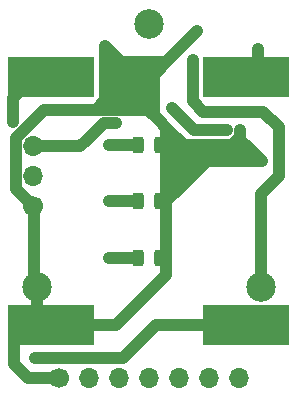
<source format=gtl>
G04 #@! TF.GenerationSoftware,KiCad,Pcbnew,(6.0.5)*
G04 #@! TF.CreationDate,2022-10-09T15:08:16+02:00*
G04 #@! TF.ProjectId,Omamori,4f6d616d-6f72-4692-9e6b-696361645f70,rev?*
G04 #@! TF.SameCoordinates,Original*
G04 #@! TF.FileFunction,Copper,L1,Top*
G04 #@! TF.FilePolarity,Positive*
%FSLAX46Y46*%
G04 Gerber Fmt 4.6, Leading zero omitted, Abs format (unit mm)*
G04 Created by KiCad (PCBNEW (6.0.5)) date 2022-10-09 15:08:16*
%MOMM*%
%LPD*%
G01*
G04 APERTURE LIST*
G04 Aperture macros list*
%AMRoundRect*
0 Rectangle with rounded corners*
0 $1 Rounding radius*
0 $2 $3 $4 $5 $6 $7 $8 $9 X,Y pos of 4 corners*
0 Add a 4 corners polygon primitive as box body*
4,1,4,$2,$3,$4,$5,$6,$7,$8,$9,$2,$3,0*
0 Add four circle primitives for the rounded corners*
1,1,$1+$1,$2,$3*
1,1,$1+$1,$4,$5*
1,1,$1+$1,$6,$7*
1,1,$1+$1,$8,$9*
0 Add four rect primitives between the rounded corners*
20,1,$1+$1,$2,$3,$4,$5,0*
20,1,$1+$1,$4,$5,$6,$7,0*
20,1,$1+$1,$6,$7,$8,$9,0*
20,1,$1+$1,$8,$9,$2,$3,0*%
G04 Aperture macros list end*
G04 #@! TA.AperFunction,SMDPad,CuDef*
%ADD10R,7.400000X3.500000*%
G04 #@! TD*
G04 #@! TA.AperFunction,SMDPad,CuDef*
%ADD11RoundRect,0.243750X0.243750X0.456250X-0.243750X0.456250X-0.243750X-0.456250X0.243750X-0.456250X0*%
G04 #@! TD*
G04 #@! TA.AperFunction,ComponentPad*
%ADD12C,1.700000*%
G04 #@! TD*
G04 #@! TA.AperFunction,ComponentPad*
%ADD13O,1.700000X1.700000*%
G04 #@! TD*
G04 #@! TA.AperFunction,ComponentPad*
%ADD14C,2.500000*%
G04 #@! TD*
G04 #@! TA.AperFunction,ViaPad*
%ADD15C,0.800000*%
G04 #@! TD*
G04 #@! TA.AperFunction,Conductor*
%ADD16C,1.000000*%
G04 #@! TD*
G04 APERTURE END LIST*
D10*
X33250000Y-19500000D03*
X33250000Y-40500000D03*
X16750000Y-19500000D03*
X16750000Y-40500000D03*
D11*
X25937500Y-30000000D03*
X24062500Y-30000000D03*
X25937500Y-25200000D03*
X24062500Y-25200000D03*
X25937500Y-34800000D03*
X24062500Y-34800000D03*
D12*
X17375000Y-45000000D03*
D13*
X19915000Y-45000000D03*
X22455000Y-45000000D03*
X24995000Y-45000000D03*
X27535000Y-45000000D03*
X30075000Y-45000000D03*
X32615000Y-45000000D03*
D14*
X25000000Y-15000000D03*
X15500000Y-37250000D03*
X34500000Y-37250000D03*
D12*
X15200000Y-30425000D03*
D13*
X15200000Y-27885000D03*
X15200000Y-25345000D03*
D15*
X20500000Y-22250000D03*
X27793750Y-28693750D03*
X26500000Y-31950000D03*
X29100000Y-15600000D03*
X21300000Y-16850000D03*
X32750000Y-23950000D03*
X34550000Y-26600000D03*
X13500000Y-23300000D03*
X15400000Y-43300000D03*
X34250000Y-17100000D03*
X19750000Y-24800000D03*
X22250000Y-23362500D03*
X31600000Y-23950000D03*
X27000000Y-22100000D03*
X28750000Y-18000000D03*
X21600000Y-25200000D03*
X21600000Y-30000000D03*
X21600000Y-34800000D03*
D16*
X22624040Y-20650000D02*
X24237020Y-22262980D01*
X26487500Y-29486480D02*
X26487500Y-28762500D01*
X32750000Y-24515685D02*
X32015685Y-25250000D01*
X28032748Y-26000000D02*
X28141374Y-25891374D01*
X13750489Y-24649511D02*
X15875000Y-22525000D01*
X21300000Y-16850000D02*
X21387020Y-16937020D01*
X16137020Y-22262980D02*
X16050000Y-22350000D01*
X13750489Y-24649511D02*
X13750489Y-28975489D01*
X21387020Y-16937020D02*
X21387020Y-17987020D01*
X29500000Y-25750000D02*
X33700000Y-25750000D01*
X14500000Y-40500000D02*
X13600000Y-41400000D01*
X18012980Y-22262980D02*
X24962980Y-22262980D01*
X13600000Y-41400000D02*
X13600000Y-43800000D01*
X22300000Y-17850000D02*
X21300000Y-16850000D01*
X15500000Y-39250000D02*
X16750000Y-40500000D01*
X32015685Y-25250000D02*
X30750000Y-25250000D01*
X22200000Y-40500000D02*
X16750000Y-40500000D01*
X23339437Y-18189437D02*
X25400000Y-20250000D01*
X15500000Y-37250000D02*
X15500000Y-39250000D01*
X26489437Y-18189437D02*
X24310563Y-18189437D01*
X15875000Y-22525000D02*
X16137020Y-22262980D01*
X21300000Y-16850000D02*
X21300000Y-21450000D01*
X27793750Y-28693750D02*
X26487500Y-30000000D01*
X26789437Y-17889437D02*
X26489437Y-18189437D01*
X26487500Y-27250000D02*
X26487500Y-29486480D01*
X23062980Y-22262980D02*
X20587020Y-22262980D01*
X26487500Y-27545247D02*
X27766373Y-26266373D01*
X21387020Y-17987020D02*
X24600000Y-21200000D01*
X27766373Y-26266373D02*
X28141374Y-25891374D01*
X22639437Y-18189437D02*
X22300000Y-17850000D01*
X15240000Y-30480000D02*
X15240000Y-36990000D01*
X25400000Y-19278874D02*
X26789437Y-17889437D01*
X15875000Y-22525000D02*
X16050000Y-22350000D01*
X25400000Y-19278874D02*
X24310563Y-18189437D01*
X29887500Y-26600000D02*
X27793750Y-28693750D01*
X25400000Y-21100000D02*
X24600000Y-21900000D01*
X14800000Y-45000000D02*
X17375000Y-45000000D01*
X33700000Y-25750000D02*
X34550000Y-26600000D01*
X23062980Y-22262980D02*
X21387020Y-22262980D01*
X25400000Y-22700000D02*
X25400000Y-19278874D01*
X32015685Y-25250000D02*
X33200000Y-25250000D01*
X13750489Y-28975489D02*
X15200000Y-30425000D01*
X25850000Y-23150000D02*
X25400000Y-22700000D01*
X23339437Y-18189437D02*
X22639437Y-18189437D01*
X26789437Y-17889437D02*
X27428874Y-17250000D01*
X24310563Y-18189437D02*
X23339437Y-18189437D01*
X21387020Y-18687020D02*
X21387020Y-22262980D01*
X24600000Y-21900000D02*
X24237020Y-22262980D01*
X24237020Y-22262980D02*
X23062980Y-22262980D01*
X22200000Y-19500000D02*
X22200000Y-20650000D01*
X34550000Y-26600000D02*
X29887500Y-26600000D01*
X26487500Y-28762500D02*
X26487500Y-29502480D01*
X16750000Y-40500000D02*
X14500000Y-40500000D01*
X26487500Y-36212500D02*
X22200000Y-40500000D01*
X26487500Y-36212500D02*
X26487500Y-23787500D01*
X30750000Y-25250000D02*
X28782747Y-25250000D01*
X29100000Y-15600000D02*
X29078874Y-15600000D01*
X25400000Y-19278874D02*
X25400000Y-21100000D01*
X25400000Y-20950000D02*
X22300000Y-17850000D01*
X28141374Y-25891374D02*
X28782747Y-25250000D01*
X21387020Y-22262980D02*
X18012980Y-22262980D01*
X32750000Y-23950000D02*
X32750000Y-24800000D01*
X22200000Y-21600000D02*
X24300000Y-21600000D01*
X24962980Y-22262980D02*
X25400000Y-22700000D01*
X24300000Y-21600000D02*
X24600000Y-21900000D01*
X24962980Y-22262980D02*
X25850000Y-23150000D01*
X16137020Y-22262980D02*
X24962980Y-22262980D01*
X13600000Y-43800000D02*
X14800000Y-45000000D01*
X26487500Y-26000000D02*
X26487500Y-23787500D01*
X24600000Y-21200000D02*
X24600000Y-21900000D01*
X26487500Y-28762500D02*
X29500000Y-25750000D01*
X26487500Y-23787500D02*
X25850000Y-23150000D01*
X22200000Y-20650000D02*
X22200000Y-21600000D01*
X18012980Y-22262980D02*
X16137020Y-22262980D01*
X22025000Y-19325000D02*
X21387020Y-18687020D01*
X26487500Y-30000000D02*
X26487500Y-27545247D01*
X15240000Y-36990000D02*
X15500000Y-37250000D01*
X32750000Y-24800000D02*
X33700000Y-25750000D01*
X24600000Y-21900000D02*
X25400000Y-22700000D01*
X30750000Y-25250000D02*
X26625000Y-25250000D01*
X27950000Y-25250000D02*
X28782747Y-25250000D01*
X32750000Y-23950000D02*
X32750000Y-24515685D01*
X26487500Y-26000000D02*
X28032748Y-26000000D01*
X22025000Y-19325000D02*
X22200000Y-19500000D01*
X26487500Y-32750000D02*
X26487500Y-27250000D01*
X21387020Y-17987020D02*
X21387020Y-18687020D01*
X26487500Y-23787500D02*
X27950000Y-25250000D01*
X21300000Y-21450000D02*
X20500000Y-22250000D01*
X25400000Y-21100000D02*
X25400000Y-20950000D01*
X24600000Y-21900000D02*
X22025000Y-19325000D01*
X22200000Y-20650000D02*
X22624040Y-20650000D01*
X25400000Y-20250000D02*
X25400000Y-21100000D01*
X29078874Y-15600000D02*
X26489437Y-18189437D01*
X33200000Y-25250000D02*
X33700000Y-25750000D01*
X33250000Y-40500000D02*
X33850000Y-40500000D01*
X13500000Y-23300000D02*
X13500000Y-21250000D01*
X22800000Y-43300000D02*
X15400000Y-43300000D01*
X13500000Y-21250000D02*
X15250000Y-19500000D01*
X15250000Y-19500000D02*
X16750000Y-19500000D01*
X25600000Y-40500000D02*
X22800000Y-43300000D01*
X33250000Y-40500000D02*
X25600000Y-40500000D01*
X34250000Y-18500000D02*
X33250000Y-19500000D01*
X34250000Y-17100000D02*
X34250000Y-18500000D01*
X19205000Y-25345000D02*
X19750000Y-24800000D01*
X19750000Y-24800000D02*
X21187500Y-23362500D01*
X15200000Y-25345000D02*
X19205000Y-25345000D01*
X21187500Y-23362500D02*
X22250000Y-23362500D01*
X27000000Y-22100000D02*
X28850000Y-23950000D01*
X28850000Y-23950000D02*
X31600000Y-23950000D01*
X29619998Y-22400000D02*
X34650000Y-22400000D01*
X34500000Y-29350000D02*
X36000000Y-27850000D01*
X36000000Y-23750000D02*
X36000000Y-27850000D01*
X28750000Y-18000000D02*
X28750000Y-21530002D01*
X34500000Y-37250000D02*
X34500000Y-29350000D01*
X28750000Y-21530002D02*
X29619998Y-22400000D01*
X34650000Y-22400000D02*
X36000000Y-23750000D01*
X21600000Y-25200000D02*
X24062500Y-25200000D01*
X21600000Y-30000000D02*
X24062500Y-30000000D01*
X21600000Y-34800000D02*
X24062500Y-34800000D01*
M02*

</source>
